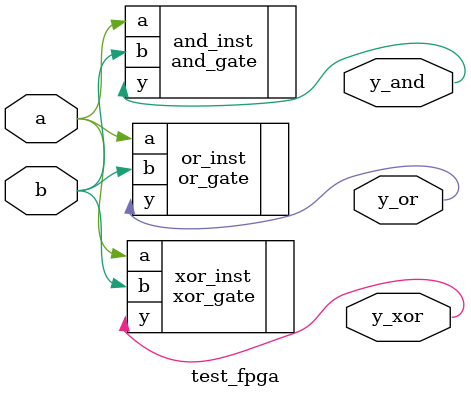
<source format=v>
module test_fpga(
    input wire a,  
    input wire b,  
    output wire y_and,
    output wire y_or,
    output wire y_xor
);

    // Instantiate logic gates
    and_gate and_inst (
        .a(a),
        .b(b),
        .y(y_and)
    );

    or_gate or_inst (
        .a(a),
        .b(b),
        .y(y_or)
    );

    xor_gate xor_inst (
        .a(a),
        .b(b),
        .y(y_xor)
    );

endmodule

</source>
